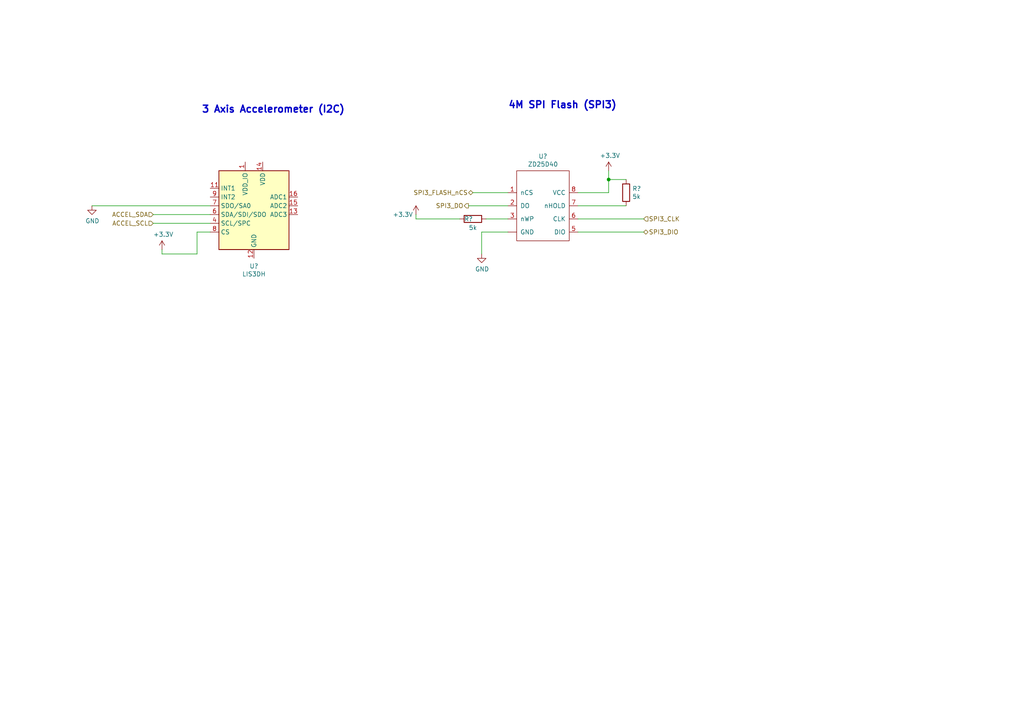
<source format=kicad_sch>
(kicad_sch (version 20211123) (generator eeschema)
  (paper "A4")
  (title_block (title "Project Mowgli") (date "2022-05-22") (rev "1.0.1") (comment 1 "(c) CyberNet / cn@warp.at") (comment 2 "https://github.com/cloudn1ne/Mowgli"))
  (lib_symbols
    (symbol "Device:R" (pin_numbers hide) (pin_names (offset 0))
      (property "Reference" "R" (at 2.032 0 90))
      (property "Value" "R" (at 0 0 90))
      (symbol "R_0_1"
        (rectangle (start -1.016 -2.54) (end 1.016 2.54) (stroke (width 0.254)))
      )
      (symbol "R_1_1"
        (pin passive line (at 0 3.81 270) (length 1.27) (name "~") (number "1"))
        (pin passive line (at 0 -3.81 90) (length 1.27) (name "~") (number "2"))
      )
    )
    (symbol "Memory_Flash:ZD25D40" (pin_names (offset 1.016))
      (property "Reference" "U" (at -3.81 8.89 0))
      (property "Value" "Memory_Flash_ZD25D40" (at -2.54 6.35 0))
      (symbol "ZD25D40_0_1"
        (rectangle (start -10.16 10.16) (end 5.08 -10.16))
      )
      (symbol "ZD25D40_1_1"
        (pin input line (at -12.7 3.81 0) (length 2.54) (name "nCS") (number "1"))
        (pin output line (at -12.7 0 0) (length 2.54) (name "DO") (number "2"))
        (pin input line (at -12.7 -3.81 0) (length 2.54) (name "nWP") (number "3"))
        (pin input line (at 7.62 -7.62 180) (length 2.54) (name "DIO") (number "5"))
        (pin input line (at 7.62 -3.81 180) (length 2.54) (name "CLK") (number "6"))
        (pin input line (at 7.62 0 180) (length 2.54) (name "nHOLD") (number "7"))
        (pin power_in line (at 7.62 3.81 180) (length 2.54) (name "VCC") (number "8"))
        (pin power_in line (at -12.7 -7.62 0) (length 2.54) (name "GND") (number "~"))
      )
    )
    (symbol "Sensor_Motion:LIS3DH"
      (property "Reference" "U" (at -7.62 11.43 0))
      (property "Value" "LIS3DH" (at 6.35 11.43 0))
      (symbol "LIS3DH_0_1"
        (rectangle (start -10.16 10.16) (end 10.16 -12.7) (stroke (width 0.254)) (fill (type background)))
      )
      (symbol "LIS3DH_1_1"
        (pin power_in line (at -2.54 12.7 270) (length 2.54) (name "VDD_IO") (number "1"))
        (pin passive line (at 0 -15.24 90) (length 2.54) hide (name "GND") (number "10"))
        (pin output line (at -12.7 5.08 0) (length 2.54) (name "INT1") (number "11"))
        (pin power_in line (at 0 -15.24 90) (length 2.54) (name "GND") (number "12"))
        (pin input line (at 12.7 -2.54 180) (length 2.54) (name "ADC3") (number "13"))
        (pin power_in line (at 2.54 12.7 270) (length 2.54) (name "VDD") (number "14"))
        (pin input line (at 12.7 0 180) (length 2.54) (name "ADC2") (number "15"))
        (pin input line (at 12.7 2.54 180) (length 2.54) (name "ADC1") (number "16"))
        (pin no_connect line (at 10.16 5.08 180) (length 2.54) hide (name "NC") (number "2"))
        (pin no_connect line (at 10.16 7.62 180) (length 2.54) hide (name "NC") (number "3"))
        (pin input line (at -12.7 -5.08 0) (length 2.54) (name "SCL/SPC") (number "4"))
        (pin passive line (at 0 -15.24 90) (length 2.54) hide (name "GND") (number "5"))
        (pin bidirectional line (at -12.7 -2.54 0) (length 2.54) (name "SDA/SDI/SDO") (number "6"))
        (pin bidirectional line (at -12.7 0 0) (length 2.54) (name "SDO/SA0") (number "7"))
        (pin input line (at -12.7 -7.62 0) (length 2.54) (name "CS") (number "8"))
        (pin output line (at -12.7 2.54 0) (length 2.54) (name "INT2") (number "9"))
      )
    )
    (symbol "power:+3.3V" (power) (pin_names (offset 0))
      (property "Value" "+3.3V" (at 0 3.556 0))
      (symbol "+3.3V_0_1"
        (polyline (pts (xy -0.762 1.27) (xy 0 2.54)))
        (polyline (pts (xy 0 0) (xy 0 2.54)))
        (polyline (pts (xy 0 2.54) (xy 0.762 1.27)))
      )
      (symbol "+3.3V_1_1"
        (pin power_in line (at 0 0 90) (length 0) hide (name "+3.3V") (number "1"))
      )
    )
    (symbol "power:GND" (power) (pin_names (offset 0))
      (property "Value" "GND" (at 0 -3.81 0))
      (symbol "GND_0_1"
        (polyline (pts (xy 0 0) (xy 0 -1.27) (xy 1.27 -1.27) (xy 0 -2.54) (xy -1.27 -1.27) (xy 0 -1.27)))
      )
      (symbol "GND_1_1"
        (pin power_in line (at 0 0 270) (length 0) hide (name "GND") (number "1"))
      )
    )
  )
  (junction (at 176.53 52.07))
  (wire (pts (xy 57.15 73.66) (xy 46.99 73.66)))
  (wire (pts (xy 181.61 52.07) (xy 176.53 52.07)))
  (wire (pts (xy 57.15 67.31) (xy 57.15 73.66)))
  (wire (pts (xy 186.69 67.31) (xy 167.64 67.31)))
  (wire (pts (xy 147.32 55.88) (xy 137.16 55.88)))
  (wire (pts (xy 176.53 55.88) (xy 167.64 55.88)))
  (wire (pts (xy 46.99 73.66) (xy 46.99 72.39)))
  (wire (pts (xy 60.96 59.69) (xy 26.67 59.69)))
  (wire (pts (xy 176.53 49.53) (xy 176.53 52.07)))
  (wire (pts (xy 60.96 64.77) (xy 44.45 64.77)))
  (wire (pts (xy 60.96 67.31) (xy 57.15 67.31)))
  (wire (pts (xy 133.35 63.5) (xy 120.65 63.5)))
  (wire (pts (xy 176.53 52.07) (xy 176.53 55.88)))
  (wire (pts (xy 60.96 62.23) (xy 44.45 62.23)))
  (wire (pts (xy 147.32 59.69) (xy 135.89 59.69)))
  (wire (pts (xy 147.32 63.5) (xy 140.97 63.5)))
  (wire (pts (xy 186.69 63.5) (xy 167.64 63.5)))
  (wire (pts (xy 147.32 67.31) (xy 139.7 67.31)))
  (wire (pts (xy 139.7 67.31) (xy 139.7 73.66)))
  (wire (pts (xy 181.61 59.69) (xy 167.64 59.69)))
  (wire (pts (xy 120.65 63.5) (xy 120.65 62.23)))
  (text "4M SPI Flash (SPI3)" (at 147.32 31.75 0) (effects (font (size 2.0066 2.0066) (thickness 0.4013) bold) (justify left bottom)))
  (text "3 Axis Accelerometer (I2C)" (at 58.42 33.02 0) (effects (font (size 2.0066 2.0066) (thickness 0.4013) bold) (justify left bottom)))
  (hierarchical_label "SPI3_CLK" (shape input) (at 186.69 63.5 0))
  (hierarchical_label "ACCEL_SDA" (shape input) (at 44.45 62.23 180))
  (hierarchical_label "ACCEL_SCL" (shape input) (at 44.45 64.77 180))
  (hierarchical_label "SPI3_DIO" (shape bidirectional) (at 186.69 67.31 0))
  (hierarchical_label "SPI3_FLASH_nCS" (shape bidirectional) (at 137.16 55.88 180))
  (hierarchical_label "SPI3_DO" (shape output) (at 135.89 59.69 180))
  (symbol (lib_id "Sensor_Motion:LIS3DH") (at 73.66 59.69 0) (unit 1)
    (property "Reference" "U?" (at 73.66 77.1906 0))
    (property "Value" "LIS3DH" (at 73.66 79.502 0))
    (property "Footprint" "Package_LGA:LGA-16_3x3mm_P0.5mm_LayoutBorder3x5y" (effects hide))
    (property "Datasheet" "https://www.st.com/resource/en/datasheet/cd00274221.pdf" (effects hide))
  )
  (symbol (lib_id "Memory_Flash:ZD25D40") (at 160.02 59.69 0) (unit 1)
    (property "Reference" "U?" (at 157.48 45.339 0))
    (property "Value" "ZD25D40" (at 157.48 47.6504 0))
  )
  (symbol (lib_id "power:+3.3V") (at 176.53 49.53 0) (unit 1)
    (property "Reference" "#PWR0111" (effects hide))
    (property "Value" "+3.3V" (at 176.911 45.1358 0))
  )
  (symbol (lib_id "power:GND") (at 139.7 73.66 0) (unit 1)
    (property "Reference" "#PWR0112" (effects hide))
    (property "Value" "GND" (at 139.827 78.0542 0))
  )
  (symbol (lib_id "Device:R") (at 181.61 55.88 0) (unit 1)
    (property "Reference" "R?" (at 183.388 54.7116 0) (effects (justify left)))
    (property "Value" "5k" (at 183.388 57.023 0) (effects (justify left)))
  )
  (symbol (lib_id "Device:R") (at 137.16 63.5 270) (unit 1)
    (property "Reference" "R?" (at 135.89 63.5 90))
    (property "Value" "5k" (at 137.16 66.04 90))
  )
  (symbol (lib_id "power:+3.3V") (at 120.65 62.23 0) (unit 1)
    (property "Reference" "#PWR0113" (effects hide))
    (property "Value" "+3.3V" (at 116.84 62.23 0))
  )
  (symbol (lib_id "power:GND") (at 26.67 59.69 0) (unit 1)
    (property "Reference" "#PWR0114" (effects hide))
    (property "Value" "GND" (at 26.797 64.0842 0))
  )
  (symbol (lib_id "power:+3.3V") (at 46.99 72.39 0) (unit 1)
    (property "Reference" "#PWR0115" (effects hide))
    (property "Value" "+3.3V" (at 47.371 67.9958 0))
  )
)
</source>
